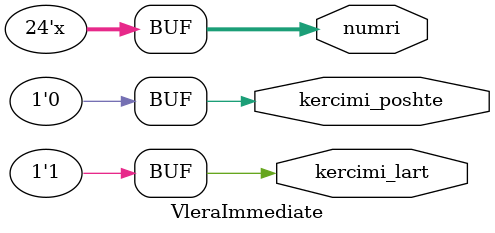
<source format=v>
`timescale 1ns / 1ps


module VleraImmediate(

output reg[23:0]numri,
output reg kercimi_lart,
output reg kercimi_poshte
);

always @(numri)
 begin
    
	if ((numri >> 23) == 1'b0) begin  // check the sign bit
    
        kercimi_lart <= 1'b1; //Nese eshte nr.pozitive i bie qe duhet kërcyer poshtë ne program nga PC+3
        kercimi_poshte <= 1'b0;

    end else 
    begin
    
        kercimi_poshte <= 1'b0;
        kercimi_lart <= 1'b1; //Nese eshte nr.negative i bie qe duhet kërcyer lart ne program nga PC+3
    
	end
    
	numri <= numri + 24'h800000;  // Sipas 2 komplementit

end

endmodule

</source>
